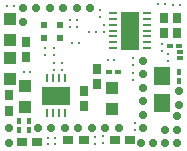
<source format=gbr>
%FSLAX35Y35*%
%MOIN*%
G04 EasyPC Gerber Version 18.0.9 Build 3640 *
%ADD109R,0.00984X0.02756*%
%ADD29R,0.01000X0.01000*%
%ADD111R,0.01800X0.02000*%
%ADD108R,0.02800X0.03500*%
%ADD93R,0.03937X0.04291*%
%ADD107R,0.05500X0.06000*%
%ADD106R,0.06299X0.12992*%
%ADD12C,0.02800*%
%ADD105R,0.02756X0.00984*%
%ADD27R,0.01000X0.01000*%
%ADD113R,0.02000X0.01400*%
%ADD28R,0.02000X0.01800*%
%ADD112R,0.02362X0.01969*%
%ADD88R,0.03500X0.02800*%
%ADD110R,0.09370X0.06496*%
X0Y0D02*
D02*
D12*
X2750Y2750D03*
Y7750D03*
X7250Y43250D03*
Y47750D03*
X11750D03*
X12250Y7750D03*
X16234Y47750D03*
X16750Y7789D03*
X20750Y47750D03*
X21250Y7750D03*
X25280Y47750D03*
X25750Y7750D03*
X29750Y47750D03*
X30250Y7770D03*
X34797D03*
X39250Y7750D03*
X46750Y2750D03*
X47228Y7750D03*
X47248Y30250D03*
X47250Y16750D03*
Y21250D03*
Y25750D03*
X47258Y12250D03*
X50750Y2750D03*
X54750Y2720D03*
Y7250D03*
X58750Y2750D03*
Y7250D03*
X58764Y11750D03*
X59250Y15427D03*
X59295Y20093D03*
D02*
D27*
X2075Y48556D03*
X4375D03*
X7537Y26350D03*
X9837D03*
X15786Y4587D03*
X15845Y2350D03*
X18086Y4587D03*
X18145Y2350D03*
X23020Y41333D03*
X23069Y43882D03*
X23637Y36050D03*
X25320Y41333D03*
X25369Y43882D03*
X25937Y36050D03*
X29337Y39650D03*
X31637D03*
X35537Y30450D03*
X37837D03*
X52237Y48950D03*
X54537D03*
X57337Y48850D03*
X59637D03*
D02*
D28*
X35897Y26550D03*
X38897D03*
X56367Y35150D03*
X59367D03*
D02*
D29*
X14737Y32150D03*
Y34450D03*
X17537Y27060D03*
Y29360D03*
Y32150D03*
Y34450D03*
X20237Y27050D03*
Y29350D03*
X31437Y2509D03*
Y4809D03*
X32937Y44850D03*
Y47150D03*
X34037Y2670D03*
Y4970D03*
X34237Y39650D03*
Y41950D03*
X44000Y23704D03*
Y26004D03*
X44108Y28664D03*
Y30964D03*
X44537Y7150D03*
Y9450D03*
X53587Y33556D03*
Y35856D03*
X55837Y30150D03*
Y32450D03*
D02*
D88*
X7087Y3250D03*
X12187D03*
X22487Y3650D03*
X27587D03*
X37987Y3750D03*
X43087D03*
D02*
D93*
X3157Y24246D03*
Y31246D03*
X3167Y37206D03*
Y44206D03*
X8137Y14850D03*
Y21850D03*
X37037Y14050D03*
Y21050D03*
D02*
D105*
X37530Y34370D03*
Y36339D03*
Y38307D03*
Y40276D03*
Y42244D03*
Y44213D03*
Y46181D03*
X48554Y34370D03*
Y36339D03*
Y38307D03*
Y40276D03*
Y42244D03*
Y44213D03*
Y46181D03*
D02*
D106*
X43042Y40276D03*
D02*
D107*
X53737Y16150D03*
Y25150D03*
D02*
D108*
X2666Y13537D03*
Y18637D03*
X8437Y31339D03*
Y36439D03*
X27819Y15117D03*
Y20217D03*
X31963Y22500D03*
Y27600D03*
X54512Y39400D03*
Y44500D03*
X58837Y39400D03*
Y44500D03*
D02*
D109*
X15478Y12667D03*
Y24478D03*
X17447Y12667D03*
Y24478D03*
X19415Y12667D03*
Y24478D03*
X21384Y12667D03*
Y24478D03*
D02*
D110*
X18431Y18573D03*
D02*
D111*
X6037Y7150D03*
Y10150D03*
X9437Y7150D03*
Y10150D03*
X59237Y23550D03*
Y26550D03*
D02*
D112*
X14431Y37726D03*
Y42056D03*
X19549Y37726D03*
Y42056D03*
D02*
D113*
X59652Y31132D03*
X59681Y32953D03*
X0Y0D02*
M02*

</source>
